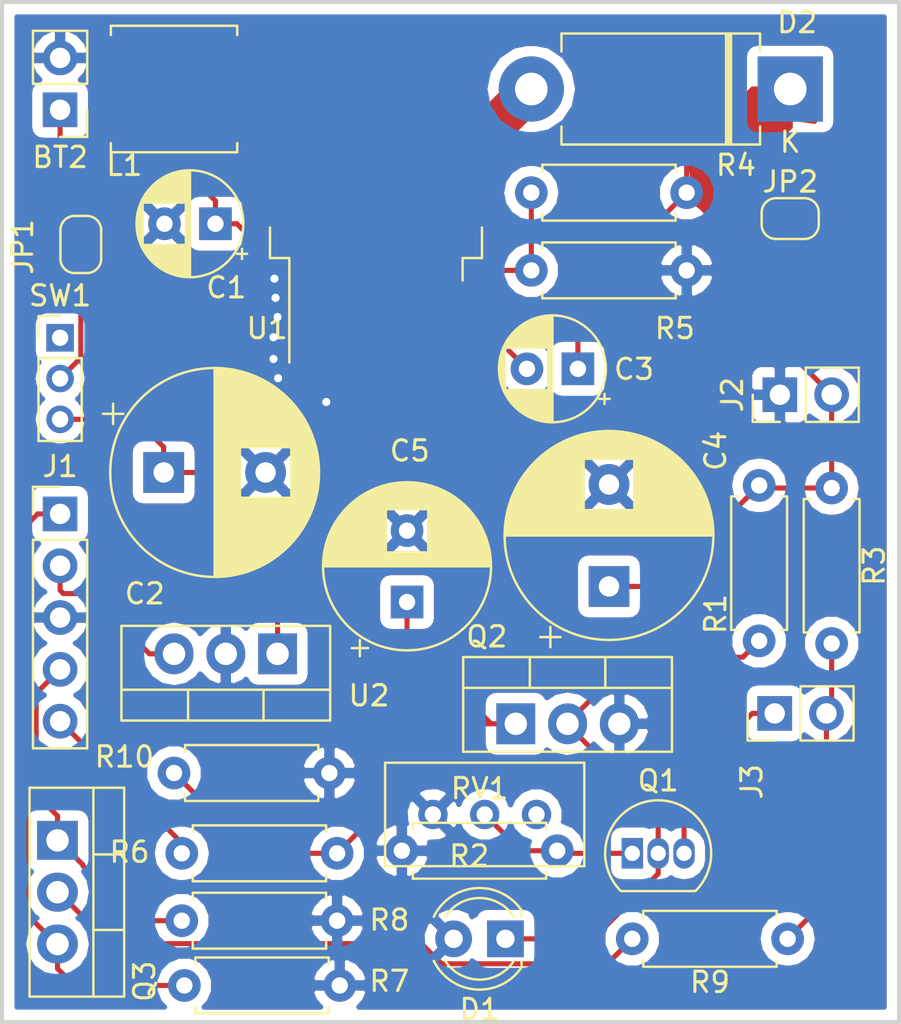
<source format=kicad_pcb>
(kicad_pcb (version 20171130) (host pcbnew "(5.0.2)-1")
  (layers (0 F.Cu signal hide) (31 B.Cu signal hide) (34 B.Paste user hide) (35 F.Paste user) (36 B.SilkS user) (37 F.SilkS user hide) (38 B.Mask user) (39 F.Mask user) (44 Edge.Cuts user))
  (net 0 "")
  (net 1 +9V)
  (net 2 boostout-)
  (net 3 "Net-(C3-Pad1)")
  (net 4 "Net-(C3-Pad2)")
  (net 5 boostout+)
  (net 6 "Net-(C5-Pad1)")
  (net 7 "Net-(D1-Pad1)")
  (net 8 "Net-(D2-Pad2)")
  (net 9 "Net-(J1-Pad1)")
  (net 10 +5V)
  (net 11 "Net-(J1-Pad4)")
  (net 12 "Net-(J1-Pad5)")
  (net 13 "Net-(J3-Pad1)")
  (net 14 "Net-(J3-Pad2)")
  (net 15 "Net-(JP1-Pad2)")
  (net 16 "Net-(Q1-Pad1)")
  (net 17 "Net-(Q3-Pad2)")
  (net 18 "Net-(BT2-Pad1)")
  (module Resistor_THT:R_Axial_DIN0207_L6.3mm_D2.5mm_P7.62mm_Horizontal (layer F.Cu) (at 81.915 121.92)
    (fp_text reference R9 (at 3.81 2.128) (layer F.SilkS))
    (fp_text value 20k)
    (pad 2 thru_hole oval (at 7.62 0) (size 1.6 1.6) (drill 0.8) (layers *.Cu *.Mask) (net 14 "Net-(J3-Pad2)"))
    (pad 1 thru_hole circle (at 0 0) (size 1.6 1.6) (drill 0.8) (layers *.Cu *.Mask) (net 17 "Net-(Q3-Pad2)"))
  )
  (module Resistor_THT:R_Axial_DIN0207_L6.3mm_D2.5mm_P7.62mm_Horizontal (layer F.Cu) (at 67.437 117.729 180)
    (fp_text reference R6 (at 10.183 0.061 180) (layer F.SilkS))
    (fp_text value 10k)
    (pad 1 thru_hole circle (at 0 0 180) (size 1.6 1.6) (drill 0.8) (layers *.Cu *.Mask) (net 6 "Net-(C5-Pad1)"))
    (pad 2 thru_hole oval (at 7.62 0 180) (size 1.6 1.6) (drill 0.8) (layers *.Cu *.Mask) (net 12 "Net-(J1-Pad5)"))
  )
  (module Resistor_THT:R_Axial_DIN0207_L6.3mm_D2.5mm_P7.62mm_Horizontal (layer F.Cu) (at 59.436 113.792)
    (fp_text reference R10 (at -2.436 -0.792) (layer F.SilkS))
    (fp_text value "10 kOhm")
    (pad 1 thru_hole circle (at 0 0) (size 1.6 1.6) (drill 0.8) (layers *.Cu *.Mask) (net 6 "Net-(C5-Pad1)"))
    (pad 2 thru_hole oval (at 7.62 0) (size 1.6 1.6) (drill 0.8) (layers *.Cu *.Mask) (net 2 boostout-))
  )
  (module Connector_PinHeader_2.54mm:PinHeader_1x02_P2.54mm_Vertical (layer F.Cu) (at 53.848 81.28 180)
    (fp_text reference BT2 (at 0 -2.33 180) (layer F.SilkS))
    (fp_text value Battery_Cell)
    (pad 1 thru_hole rect (at 0 0 180) (size 1.7 1.7) (drill 1) (layers *.Cu *.Mask) (net 18 "Net-(BT2-Pad1)"))
    (pad 2 thru_hole oval (at 0 2.54 180) (size 1.7 1.7) (drill 1) (layers *.Cu *.Mask) (net 2 boostout-))
  )
  (module Capacitor_THT:CP_Radial_D5.0mm_P2.50mm (layer F.Cu) (at 61.468 86.868 180)
    (fp_text reference C1 (at -0.532 -3.132 180) (layer F.SilkS))
    (fp_text value 47uF)
    (pad 1 thru_hole rect (at 0 0 180) (size 1.6 1.6) (drill 0.8) (layers *.Cu *.Mask) (net 1 +9V))
    (pad 2 thru_hole circle (at 2.5 0 180) (size 1.6 1.6) (drill 0.8) (layers *.Cu *.Mask) (net 2 boostout-))
  )
  (module Capacitor_THT:CP_Radial_D5.0mm_P2.50mm (layer F.Cu) (at 79.248 93.98 180)
    (fp_text reference C3 (at -2.752 -0.02 180) (layer F.SilkS))
    (fp_text value 10uF)
    (pad 1 thru_hole rect (at 0 0 180) (size 1.6 1.6) (drill 0.8) (layers *.Cu *.Mask) (net 3 "Net-(C3-Pad1)"))
    (pad 2 thru_hole circle (at 2.5 0 180) (size 1.6 1.6) (drill 0.8) (layers *.Cu *.Mask) (net 4 "Net-(C3-Pad2)"))
  )
  (module LED_THT:LED_D4.0mm (layer F.Cu) (at 75.692 121.92 180)
    (fp_text reference D1 (at 1.27 -3.46 180) (layer F.SilkS))
    (fp_text value DIODE)
    (pad 1 thru_hole rect (at 0 0 180) (size 1.8 1.8) (drill 0.9) (layers *.Cu *.Mask) (net 7 "Net-(D1-Pad1)"))
    (pad 2 thru_hole circle (at 2.54 0 180) (size 1.8 1.8) (drill 0.9) (layers *.Cu *.Mask) (net 2 boostout-))
  )
  (module Diode_THT:D_DO-201AD_P12.70mm_Horizontal (layer F.Cu) (at 89.662 80.264 180)
    (fp_text reference D2 (at -0.338 3.264 180) (layer F.SilkS))
    (fp_text value 1N5821)
    (fp_text user K (at 0 -2.6 180) (layer F.SilkS))
    (pad 1 thru_hole rect (at 0 0 180) (size 3.2 3.2) (drill 1.6) (layers *.Cu *.Mask) (net 3 "Net-(C3-Pad1)"))
    (pad 2 thru_hole oval (at 12.7 0 180) (size 3.2 3.2) (drill 1.6) (layers *.Cu *.Mask) (net 8 "Net-(D2-Pad2)"))
  )
  (module Connector_PinHeader_2.54mm:PinHeader_1x05_P2.54mm_Vertical (layer F.Cu) (at 53.848 101.092)
    (fp_text reference J1 (at 0 -2.33) (layer F.SilkS))
    (fp_text value Conn_01x05_Male)
    (pad 1 thru_hole rect (at 0 0) (size 1.7 1.7) (drill 1) (layers *.Cu *.Mask) (net 9 "Net-(J1-Pad1)"))
    (pad 2 thru_hole oval (at 0 2.54) (size 1.7 1.7) (drill 1) (layers *.Cu *.Mask) (net 10 +5V))
    (pad 3 thru_hole oval (at 0 5.08) (size 1.7 1.7) (drill 1) (layers *.Cu *.Mask) (net 2 boostout-))
    (pad 4 thru_hole oval (at 0 7.62) (size 1.7 1.7) (drill 1) (layers *.Cu *.Mask) (net 11 "Net-(J1-Pad4)"))
    (pad 5 thru_hole oval (at 0 10.16) (size 1.7 1.7) (drill 1) (layers *.Cu *.Mask) (net 12 "Net-(J1-Pad5)"))
  )
  (module Connector_PinHeader_2.54mm:PinHeader_1x02_P2.54mm_Vertical (layer F.Cu) (at 89.154 95.25 90)
    (fp_text reference J2 (at 0 -2.33 90) (layer F.SilkS))
    (fp_text value Conn_01x02_Male)
    (pad 2 thru_hole oval (at 0 2.54 90) (size 1.7 1.7) (drill 1) (layers *.Cu *.Mask) (net 5 boostout+))
    (pad 1 thru_hole rect (at 0 0 90) (size 1.7 1.7) (drill 1) (layers *.Cu *.Mask) (net 2 boostout-))
  )
  (module Connector_PinHeader_2.54mm:PinHeader_1x02_P2.54mm_Vertical (layer F.Cu) (at 88.9 110.871 90)
    (fp_text reference J3 (at -3.351 -1.122 90) (layer F.SilkS))
    (fp_text value Conn_01x02_Male)
    (pad 1 thru_hole rect (at 0 0 90) (size 1.7 1.7) (drill 1) (layers *.Cu *.Mask) (net 13 "Net-(J3-Pad1)"))
    (pad 2 thru_hole oval (at 0 2.54 90) (size 1.7 1.7) (drill 1) (layers *.Cu *.Mask) (net 14 "Net-(J3-Pad2)"))
  )
  (module Jumper:SolderJumper-2_P1.3mm_Open_RoundedPad1.0x1.5mm (layer F.Cu) (at 54.864 87.884 270)
    (fp_text reference JP1 (at 0.116 2.864 270) (layer F.SilkS))
    (fp_text value SolderJumper_2_Open)
    (pad 1 smd custom (at -0.65 0 270) (size 1 0.5) (layers F.Cu F.Mask) (net 18 "Net-(BT2-Pad1)") (options (clearance outline) (anchor rect)) (primitives (gr_circle (center 0 0.25) (end 0.5 0.25) (width 0)) (gr_circle (center 0 -0.25) (end 0.5 -0.25) (width 0)) (gr_poly (pts (xy 0 -0.75) (xy 0.5 -0.75) (xy 0.5 0.75) (xy 0 0.75)) (width 0))))
    (pad 2 smd custom (at 0.65 0 270) (size 1 0.5) (layers F.Cu F.Mask) (net 15 "Net-(JP1-Pad2)") (options (clearance outline) (anchor rect)) (primitives (gr_circle (center 0 0.25) (end 0.5 0.25) (width 0)) (gr_circle (center 0 -0.25) (end 0.5 -0.25) (width 0)) (gr_poly (pts (xy 0 -0.75) (xy -0.5 -0.75) (xy -0.5 0.75) (xy 0 0.75)) (width 0))))
  )
  (module Jumper:SolderJumper-2_P1.3mm_Open_RoundedPad1.0x1.5mm (layer F.Cu) (at 89.662 86.614)
    (fp_text reference JP2 (at 0 -1.8) (layer F.SilkS))
    (fp_text value SolderJumper_2_Open)
    (pad 2 smd custom (at 0.65 0) (size 1 0.5) (layers F.Cu F.Mask) (net 5 boostout+) (options (clearance outline) (anchor rect)) (primitives (gr_circle (center 0 0.25) (end 0.5 0.25) (width 0)) (gr_circle (center 0 -0.25) (end 0.5 -0.25) (width 0)) (gr_poly (pts (xy 0 -0.75) (xy -0.5 -0.75) (xy -0.5 0.75) (xy 0 0.75)) (width 0))))
    (pad 1 smd custom (at -0.65 0) (size 1 0.5) (layers F.Cu F.Mask) (net 3 "Net-(C3-Pad1)") (options (clearance outline) (anchor rect)) (primitives (gr_circle (center 0 0.25) (end 0.5 0.25) (width 0)) (gr_circle (center 0 -0.25) (end 0.5 -0.25) (width 0)) (gr_poly (pts (xy 0 -0.75) (xy 0.5 -0.75) (xy 0.5 0.75) (xy 0 0.75)) (width 0))))
  )
  (module Inductor_SMD:L_Bourns_SRN6045TA (layer F.Cu) (at 59.436 80.264)
    (fp_text reference L1 (at -2.436 3.736) (layer F.SilkS))
    (fp_text value 33uh)
    (pad 1 smd rect (at -2.075 0) (size 2.35 5.1) (layers F.Cu F.Paste F.Mask) (net 1 +9V))
    (pad 2 smd rect (at 2.075 0) (size 2.35 5.1) (layers F.Cu F.Paste F.Mask) (net 8 "Net-(D2-Pad2)"))
  )
  (module Package_TO_SOT_THT:TO-92_Inline (layer F.Cu) (at 81.915 117.729)
    (fp_text reference Q1 (at 1.27 -3.56) (layer F.SilkS))
    (fp_text value 2N3904)
    (pad 2 thru_hole oval (at 1.27 0) (size 1.05 1.5) (drill 0.75) (layers *.Cu *.Mask) (net 7 "Net-(D1-Pad1)"))
    (pad 3 thru_hole oval (at 2.54 0) (size 1.05 1.5) (drill 0.75) (layers *.Cu *.Mask) (net 13 "Net-(J3-Pad1)"))
    (pad 1 thru_hole rect (at 0 0) (size 1.05 1.5) (drill 0.75) (layers *.Cu *.Mask) (net 16 "Net-(Q1-Pad1)"))
  )
  (module Package_TO_SOT_THT:TO-220-3_Vertical (layer F.Cu) (at 76.2 111.379)
    (fp_text reference Q2 (at -1.422 -4.27) (layer F.SilkS))
    (fp_text value IRL2203)
    (pad 3 thru_hole oval (at 5.08 0) (size 1.905 2) (drill 1.1) (layers *.Cu *.Mask) (net 2 boostout-))
    (pad 2 thru_hole oval (at 2.54 0) (size 1.905 2) (drill 1.1) (layers *.Cu *.Mask) (net 7 "Net-(D1-Pad1)"))
    (pad 1 thru_hole rect (at 0 0) (size 1.905 2) (drill 1.1) (layers *.Cu *.Mask) (net 6 "Net-(C5-Pad1)"))
  )
  (module Package_TO_SOT_THT:TO-220-3_Vertical (layer F.Cu) (at 53.721 117.094 270)
    (fp_text reference Q3 (at 6.906 -4.27 270) (layer F.SilkS))
    (fp_text value IRL2203)
    (pad 1 thru_hole rect (at 0 0 270) (size 1.905 2) (drill 1.1) (layers *.Cu *.Mask) (net 11 "Net-(J1-Pad4)"))
    (pad 2 thru_hole oval (at 2.54 0 270) (size 1.905 2) (drill 1.1) (layers *.Cu *.Mask) (net 17 "Net-(Q3-Pad2)"))
    (pad 3 thru_hole oval (at 5.08 0 270) (size 1.905 2) (drill 1.1) (layers *.Cu *.Mask) (net 9 "Net-(J1-Pad1)"))
  )
  (module Resistor_THT:R_Axial_DIN0207_L6.3mm_D2.5mm_P7.62mm_Horizontal (layer F.Cu) (at 88.138 107.315 90)
    (fp_text reference R1 (at 1.315 -2.138 90) (layer F.SilkS))
    (fp_text value 20k)
    (pad 2 thru_hole oval (at 7.62 0 90) (size 1.6 1.6) (drill 0.8) (layers *.Cu *.Mask) (net 5 boostout+))
    (pad 1 thru_hole circle (at 0 0 90) (size 1.6 1.6) (drill 0.8) (layers *.Cu *.Mask) (net 7 "Net-(D1-Pad1)"))
  )
  (module Resistor_THT:R_Axial_DIN0207_L6.3mm_D2.5mm_P7.62mm_Horizontal (layer F.Cu) (at 78.232 117.602 180)
    (fp_text reference R2 (at 4.318 -0.254 180) (layer F.SilkS))
    (fp_text value "1.351 kOhm")
    (pad 2 thru_hole oval (at 7.62 0 180) (size 1.6 1.6) (drill 0.8) (layers *.Cu *.Mask) (net 2 boostout-))
    (pad 1 thru_hole circle (at 0 0 180) (size 1.6 1.6) (drill 0.8) (layers *.Cu *.Mask) (net 16 "Net-(Q1-Pad1)"))
  )
  (module Resistor_THT:R_Axial_DIN0207_L6.3mm_D2.5mm_P7.62mm_Horizontal (layer F.Cu) (at 91.694 107.442 90)
    (fp_text reference R3 (at 3.81 2.084 90) (layer F.SilkS))
    (fp_text value 680)
    (pad 1 thru_hole circle (at 0 0 90) (size 1.6 1.6) (drill 0.8) (layers *.Cu *.Mask) (net 14 "Net-(J3-Pad2)"))
    (pad 2 thru_hole oval (at 7.62 0 90) (size 1.6 1.6) (drill 0.8) (layers *.Cu *.Mask) (net 5 boostout+))
  )
  (module Resistor_THT:R_Axial_DIN0207_L6.3mm_D2.5mm_P7.62mm_Horizontal (layer F.Cu) (at 84.582 85.344 180)
    (fp_text reference R4 (at -2.418 1.344 180) (layer F.SilkS))
    (fp_text value 31K)
    (pad 2 thru_hole oval (at 7.62 0 180) (size 1.6 1.6) (drill 0.8) (layers *.Cu *.Mask) (net 4 "Net-(C3-Pad2)"))
    (pad 1 thru_hole circle (at 0 0 180) (size 1.6 1.6) (drill 0.8) (layers *.Cu *.Mask) (net 3 "Net-(C3-Pad1)"))
  )
  (module Resistor_THT:R_Axial_DIN0207_L6.3mm_D2.5mm_P7.62mm_Horizontal (layer F.Cu) (at 76.962 89.154)
    (fp_text reference R5 (at 7.038 2.846) (layer F.SilkS))
    (fp_text value 1K)
    (pad 1 thru_hole circle (at 0 0) (size 1.6 1.6) (drill 0.8) (layers *.Cu *.Mask) (net 4 "Net-(C3-Pad2)"))
    (pad 2 thru_hole oval (at 7.62 0) (size 1.6 1.6) (drill 0.8) (layers *.Cu *.Mask) (net 2 boostout-))
  )
  (module Resistor_THT:R_Axial_DIN0207_L6.3mm_D2.5mm_P7.62mm_Horizontal (layer F.Cu) (at 59.944 124.206)
    (fp_text reference R7 (at 10.056 -0.206) (layer F.SilkS))
    (fp_text value "1 Ohm")
    (pad 1 thru_hole circle (at 0 0) (size 1.6 1.6) (drill 0.8) (layers *.Cu *.Mask) (net 9 "Net-(J1-Pad1)"))
    (pad 2 thru_hole oval (at 7.62 0) (size 1.6 1.6) (drill 0.8) (layers *.Cu *.Mask) (net 2 boostout-))
  )
  (module Resistor_THT:R_Axial_DIN0207_L6.3mm_D2.5mm_P7.62mm_Horizontal (layer F.Cu) (at 59.817 121.031)
    (fp_text reference R8 (at 10.183 -0.031) (layer F.SilkS))
    (fp_text value "10 kOhm")
    (pad 2 thru_hole oval (at 7.62 0) (size 1.6 1.6) (drill 0.8) (layers *.Cu *.Mask) (net 2 boostout-))
    (pad 1 thru_hole circle (at 0 0) (size 1.6 1.6) (drill 0.8) (layers *.Cu *.Mask) (net 11 "Net-(J1-Pad4)"))
  )
  (module Connector_PinHeader_2.00mm:PinHeader_1x03_P2.00mm_Vertical (layer F.Cu) (at 53.848 92.456)
    (fp_text reference SW1 (at 0 -2.06) (layer F.SilkS))
    (fp_text value SW_SPDT)
    (pad 1 thru_hole rect (at 0 0) (size 1.35 1.35) (drill 0.8) (layers *.Cu *.Mask))
    (pad 2 thru_hole oval (at 0 2) (size 1.35 1.35) (drill 0.8) (layers *.Cu *.Mask) (net 15 "Net-(JP1-Pad2)"))
    (pad 3 thru_hole oval (at 0 4) (size 1.35 1.35) (drill 0.8) (layers *.Cu *.Mask) (net 1 +9V))
  )
  (module Package_TO_SOT_SMD:TO-263-5_TabPin3 (layer F.Cu) (at 69.342 85.598 90)
    (fp_text reference U1 (at -6.402 -5.342 180) (layer F.SilkS))
    (fp_text value XL6009)
    (pad 1 smd rect (at -5.775 -3.4 90) (size 4.6 1.1) (layers F.Cu F.Paste F.Mask) (net 2 boostout-))
    (pad 2 smd rect (at -5.775 -1.7 90) (size 4.6 1.1) (layers F.Cu F.Paste F.Mask) (net 1 +9V))
    (pad 3 smd rect (at -5.775 0 90) (size 4.6 1.1) (layers F.Cu F.Paste F.Mask) (net 8 "Net-(D2-Pad2)"))
    (pad 4 smd rect (at -5.775 1.7 90) (size 4.6 1.1) (layers F.Cu F.Paste F.Mask) (net 1 +9V))
    (pad 5 smd rect (at -5.775 3.4 90) (size 4.6 1.1) (layers F.Cu F.Paste F.Mask) (net 4 "Net-(C3-Pad2)"))
    (pad 3 smd rect (at 3.375 0 90) (size 9.4 10.8) (layers F.Cu F.Mask) (net 8 "Net-(D2-Pad2)"))
  )
  (module Package_TO_SOT_THT:TO-220-3_Vertical (layer F.Cu) (at 64.516 107.95 180)
    (fp_text reference U2 (at -4.484 -2.05 180) (layer F.SilkS))
    (fp_text value L7805)
    (pad 1 thru_hole rect (at 0 0 180) (size 1.905 2) (drill 1.1) (layers *.Cu *.Mask) (net 1 +9V))
    (pad 2 thru_hole oval (at 2.54 0 180) (size 1.905 2) (drill 1.1) (layers *.Cu *.Mask) (net 2 boostout-))
    (pad 3 thru_hole oval (at 5.08 0 180) (size 1.905 2) (drill 1.1) (layers *.Cu *.Mask) (net 10 +5V))
  )
  (module Capacitor_THT:CP_Radial_D10.0mm_P5.00mm (layer F.Cu) (at 58.928 99.06)
    (fp_text reference C2 (at -0.928 5.94) (layer F.SilkS))
    (fp_text value 220uF)
    (pad 1 thru_hole rect (at 0 0) (size 2 2) (drill 1) (layers *.Cu *.Mask) (net 1 +9V))
    (pad 2 thru_hole circle (at 5 0) (size 2 2) (drill 1) (layers *.Cu *.Mask) (net 2 boostout-))
  )
  (module Capacitor_THT:CP_Radial_D10.0mm_P5.00mm (layer F.Cu) (at 80.772 104.648 90)
    (fp_text reference C4 (at 6.648 5.228 90) (layer F.SilkS))
    (fp_text value 220uF)
    (pad 2 thru_hole circle (at 5 0 90) (size 2 2) (drill 1) (layers *.Cu *.Mask) (net 2 boostout-))
    (pad 1 thru_hole rect (at 0 0 90) (size 2 2) (drill 1) (layers *.Cu *.Mask) (net 5 boostout+))
  )
  (module Capacitor_THT:CP_Radial_D8.0mm_P3.50mm (layer F.Cu) (at 70.866 105.41 90)
    (fp_text reference C5 (at 7.41 0.134 180) (layer F.SilkS))
    (fp_text value 100uF)
    (pad 1 thru_hole rect (at 0 0 90) (size 1.6 1.6) (drill 0.8) (layers *.Cu *.Mask) (net 6 "Net-(C5-Pad1)"))
    (pad 2 thru_hole circle (at 3.5 0 90) (size 1.6 1.6) (drill 0.8) (layers *.Cu *.Mask) (net 2 boostout-))
  )
  (module Potentiometer_THT:Potentiometer_Bourns_3386C_Horizontal (layer F.Cu) (at 72.136 115.824 90)
    (fp_text reference RV1 (at 1.27 2.286 180) (layer F.SilkS))
    (fp_text value R_POT)
    (pad 3 thru_hole circle (at 0 5.08 90) (size 1.44 1.44) (drill 0.8) (layers *.Cu *.Mask))
    (pad 2 thru_hole circle (at 0 2.54 90) (size 1.44 1.44) (drill 0.8) (layers *.Cu *.Mask) (net 16 "Net-(Q1-Pad1)"))
    (pad 1 thru_hole circle (at 0 0 90) (size 1.44 1.44) (drill 0.8) (layers *.Cu *.Mask) (net 2 boostout-))
  )
  (gr_line (start 51 76) (end 95 76) (layer Edge.Cuts) (width 0.2))
  (gr_line (start 51 126) (end 51 76) (layer Edge.Cuts) (width 0.2))
  (gr_line (start 95 126) (end 51 126) (layer Edge.Cuts) (width 0.2))
  (gr_line (start 95 76) (end 95 126) (layer Edge.Cuts) (width 0.2))
  (segment (start 61.468 85.818) (end 61.468 86.868) (width 0.25) (layer F.Cu) (net 1))
  (segment (start 61.468 85.746) (end 61.468 85.818) (width 0.25) (layer F.Cu) (net 1))
  (segment (start 57.361 81.639) (end 61.468 85.746) (width 0.25) (layer F.Cu) (net 1))
  (segment (start 57.361 80.264) (end 57.361 81.639) (width 0.25) (layer F.Cu) (net 1))
  (segment (start 67.642 87.835) (end 67.642 91.373) (width 0.25) (layer F.Cu) (net 1))
  (segment (start 67.437 87.63) (end 67.642 87.835) (width 0.25) (layer F.Cu) (net 1))
  (segment (start 63.28 87.63) (end 67.437 87.63) (width 0.25) (layer F.Cu) (net 1))
  (segment (start 61.468 86.868) (end 62.518 86.868) (width 0.25) (layer F.Cu) (net 1))
  (segment (start 62.518 86.868) (end 63.28 87.63) (width 0.25) (layer F.Cu) (net 1))
  (segment (start 68.517001 93.998001) (end 67.642 93.123) (width 0.25) (layer F.Cu) (net 1))
  (segment (start 70.966999 93.998001) (end 68.517001 93.998001) (width 0.25) (layer F.Cu) (net 1))
  (segment (start 71.042 93.923) (end 70.966999 93.998001) (width 0.25) (layer F.Cu) (net 1))
  (segment (start 71.042 91.373) (end 71.042 93.923) (width 0.25) (layer F.Cu) (net 1))
  (segment (start 67.642 93.123) (end 67.642 91.373) (width 0.25) (layer F.Cu) (net 1))
  (segment (start 61.705 99.06) (end 67.642 93.123) (width 0.25) (layer F.Cu) (net 1))
  (segment (start 58.928 99.06) (end 61.705 99.06) (width 0.25) (layer F.Cu) (net 1))
  (segment (start 58.928 97.81) (end 58.928 99.06) (width 0.25) (layer F.Cu) (net 1))
  (segment (start 57.574 96.456) (end 58.928 97.81) (width 0.25) (layer F.Cu) (net 1))
  (segment (start 53.848 96.456) (end 57.574 96.456) (width 0.25) (layer F.Cu) (net 1))
  (segment (start 61.705 100.587) (end 61.705 99.06) (width 0.25) (layer F.Cu) (net 1))
  (segment (start 64.516 103.398) (end 61.705 100.587) (width 0.25) (layer F.Cu) (net 1))
  (segment (start 64.516 107.95) (end 64.516 103.398) (width 0.25) (layer F.Cu) (net 1))
  (segment (start 65.942 88.823) (end 65.765 88.646) (width 0.25) (layer F.Cu) (net 2))
  (segment (start 65.942 91.373) (end 65.942 88.823) (width 0.25) (layer F.Cu) (net 2))
  (segment (start 65.765 88.646) (end 64.516 88.646) (width 0.25) (layer F.Cu) (net 2))
  (via (at 64.4144 90.5002) (size 0.8) (drill 0.4) (layers F.Cu B.Cu) (net 2))
  (segment (start 64.516 88.646) (end 64.516 89.916) (width 0.25) (layer F.Cu) (net 2))
  (segment (start 64.516 89.916) (end 64.516 91.44) (width 0.25) (layer B.Cu) (net 2))
  (via (at 64.516 91.44) (size 0.8) (drill 0.4) (layers F.Cu B.Cu) (net 2))
  (via (at 64.3128 92.4306) (size 0.8) (drill 0.4) (layers F.Cu B.Cu) (net 2))
  (segment (start 64.516 91.44) (end 64.516 92.456) (width 0.25) (layer B.Cu) (net 2))
  (via (at 64.3636 89.5604) (size 0.8) (drill 0.4) (layers F.Cu B.Cu) (net 2))
  (segment (start 64.516 92.456) (end 63.5 92.456) (width 0.25) (layer F.Cu) (net 2))
  (segment (start 63.5 92.456) (end 62.992 92.964) (width 0.25) (layer F.Cu) (net 2))
  (via (at 64.3128 93.4974) (size 0.8) (drill 0.4) (layers F.Cu B.Cu) (net 2))
  (segment (start 64.516 92.456) (end 64.516 93.472) (width 0.25) (layer F.Cu) (net 2))
  (via (at 64.5414 94.4372) (size 0.8) (drill 0.4) (layers F.Cu B.Cu) (net 2))
  (segment (start 64.516 93.472) (end 64.516 93.98) (width 0.25) (layer B.Cu) (net 2))
  (segment (start 64.516 93.98) (end 64.77 94.234) (width 0.25) (layer B.Cu) (net 2))
  (segment (start 64.77 94.234) (end 65.137847 94.601847) (width 0.25) (layer F.Cu) (net 2))
  (via (at 66.9036 95.6056) (size 0.8) (drill 0.4) (layers F.Cu B.Cu) (net 2))
  (segment (start 65.137847 94.601847) (end 65.899847 94.601847) (width 0.25) (layer B.Cu) (net 2))
  (segment (start 65.899847 94.601847) (end 66.544153 95.246153) (width 0.25) (layer B.Cu) (net 2))
  (segment (start 89.012 85.766408) (end 89.012 86.614) (width 0.25) (layer F.Cu) (net 3))
  (segment (start 89.012 82.764) (end 89.012 85.766408) (width 0.25) (layer F.Cu) (net 3))
  (segment (start 89.662 82.114) (end 89.012 82.764) (width 0.25) (layer F.Cu) (net 3))
  (segment (start 89.662 80.264) (end 89.662 82.114) (width 0.25) (layer F.Cu) (net 3))
  (segment (start 85.852 86.614) (end 89.012 86.614) (width 0.25) (layer F.Cu) (net 3))
  (segment (start 84.582 85.344) (end 85.852 86.614) (width 0.25) (layer F.Cu) (net 3))
  (segment (start 79.248 90.678) (end 84.582 85.344) (width 0.25) (layer F.Cu) (net 3))
  (segment (start 79.248 93.98) (end 79.248 90.678) (width 0.25) (layer F.Cu) (net 3))
  (segment (start 84.582 84.21263) (end 84.582 85.344) (width 0.25) (layer F.Cu) (net 3))
  (segment (start 84.582 83.494) (end 84.582 84.21263) (width 0.25) (layer F.Cu) (net 3))
  (segment (start 87.812 80.264) (end 84.582 83.494) (width 0.25) (layer F.Cu) (net 3))
  (segment (start 89.662 80.264) (end 87.812 80.264) (width 0.25) (layer F.Cu) (net 3))
  (segment (start 76.962 86.47537) (end 76.962 89.154) (width 0.25) (layer F.Cu) (net 4))
  (segment (start 76.962 85.344) (end 76.962 86.47537) (width 0.25) (layer F.Cu) (net 4))
  (segment (start 72.742 89.623) (end 72.742 91.373) (width 0.25) (layer F.Cu) (net 4))
  (segment (start 73.542 88.823) (end 72.742 89.623) (width 0.25) (layer F.Cu) (net 4))
  (segment (start 74.63 88.823) (end 73.542 88.823) (width 0.25) (layer F.Cu) (net 4))
  (segment (start 74.961 89.154) (end 74.63 88.823) (width 0.25) (layer F.Cu) (net 4))
  (segment (start 76.962 89.154) (end 74.961 89.154) (width 0.25) (layer F.Cu) (net 4))
  (segment (start 74.141 91.373) (end 76.748 93.98) (width 0.25) (layer F.Cu) (net 4))
  (segment (start 72.742 91.373) (end 74.141 91.373) (width 0.25) (layer F.Cu) (net 4))
  (segment (start 90.312 93.868) (end 91.694 95.25) (width 0.25) (layer F.Cu) (net 5))
  (segment (start 90.312 86.614) (end 90.312 93.868) (width 0.25) (layer F.Cu) (net 5))
  (segment (start 91.694 96.452081) (end 91.694 99.822) (width 0.25) (layer F.Cu) (net 5))
  (segment (start 91.694 95.25) (end 91.694 96.452081) (width 0.25) (layer F.Cu) (net 5))
  (segment (start 88.265 99.822) (end 88.138 99.695) (width 0.25) (layer F.Cu) (net 5))
  (segment (start 91.694 99.822) (end 88.265 99.822) (width 0.25) (layer F.Cu) (net 5))
  (segment (start 83.185 104.648) (end 80.772 104.648) (width 0.25) (layer F.Cu) (net 5))
  (segment (start 88.138 99.695) (end 83.185 104.648) (width 0.25) (layer F.Cu) (net 5))
  (segment (start 63.373 117.729) (end 67.437 117.729) (width 0.25) (layer F.Cu) (net 6))
  (segment (start 59.436 113.792) (end 63.373 117.729) (width 0.25) (layer F.Cu) (net 6))
  (segment (start 73.787 111.379) (end 76.2 111.379) (width 0.25) (layer F.Cu) (net 6))
  (segment (start 67.437 117.729) (end 73.787 111.379) (width 0.25) (layer F.Cu) (net 6))
  (segment (start 70.866 106.46) (end 70.866 105.41) (width 0.25) (layer F.Cu) (net 6))
  (segment (start 70.866 107.2475) (end 70.866 106.46) (width 0.25) (layer F.Cu) (net 6))
  (segment (start 74.9975 111.379) (end 70.866 107.2475) (width 0.25) (layer F.Cu) (net 6))
  (segment (start 76.2 111.379) (end 74.9975 111.379) (width 0.25) (layer F.Cu) (net 6))
  (segment (start 78.74 111.4265) (end 78.74 111.379) (width 0.25) (layer F.Cu) (net 7))
  (segment (start 83.185 117.729) (end 83.185 115.824) (width 0.25) (layer F.Cu) (net 7))
  (segment (start 83.185 115.824) (end 79.99 112.629) (width 0.25) (layer F.Cu) (net 7))
  (segment (start 79.99 112.629) (end 79.9425 112.629) (width 0.25) (layer F.Cu) (net 7))
  (segment (start 79.9425 112.629) (end 78.74 111.4265) (width 0.25) (layer F.Cu) (net 7))
  (segment (start 78.74 111.3315) (end 78.74 111.379) (width 0.25) (layer F.Cu) (net 7))
  (segment (start 81.956501 108.114999) (end 78.74 111.3315) (width 0.25) (layer F.Cu) (net 7))
  (segment (start 87.338001 108.114999) (end 81.956501 108.114999) (width 0.25) (layer F.Cu) (net 7))
  (segment (start 88.138 107.315) (end 87.338001 108.114999) (width 0.25) (layer F.Cu) (net 7))
  (segment (start 83.185 118.729) (end 83.185 117.729) (width 0.25) (layer F.Cu) (net 7))
  (segment (start 79.994 121.92) (end 83.185 118.729) (width 0.25) (layer F.Cu) (net 7))
  (segment (start 75.692 121.92) (end 79.994 121.92) (width 0.25) (layer F.Cu) (net 7))
  (segment (start 67.383 80.264) (end 69.342 82.223) (width 0.25) (layer F.Cu) (net 8))
  (segment (start 61.511 80.264) (end 67.383 80.264) (width 2) (layer F.Cu) (net 8))
  (segment (start 69.342 82.223) (end 69.342 91.373) (width 0.9) (layer F.Cu) (net 8))
  (segment (start 75.003 82.223) (end 76.962 80.264) (width 2) (layer F.Cu) (net 8))
  (segment (start 69.342 82.223) (end 75.003 82.223) (width 0.25) (layer F.Cu) (net 8))
  (segment (start 53.721 123.3765) (end 53.721 122.174) (width 0.25) (layer F.Cu) (net 9))
  (segment (start 54.5505 124.206) (end 53.721 123.3765) (width 0.25) (layer F.Cu) (net 9))
  (segment (start 59.944 124.206) (end 54.5505 124.206) (width 0.25) (layer F.Cu) (net 9))
  (segment (start 53.6735 122.174) (end 53.721 122.174) (width 0.25) (layer F.Cu) (net 9))
  (segment (start 52.222989 120.723489) (end 53.6735 122.174) (width 0.25) (layer F.Cu) (net 9))
  (segment (start 52.222989 101.617011) (end 52.222989 120.723489) (width 0.25) (layer F.Cu) (net 9))
  (segment (start 52.748 101.092) (end 52.222989 101.617011) (width 0.25) (layer F.Cu) (net 9))
  (segment (start 53.848 101.092) (end 52.748 101.092) (width 0.25) (layer F.Cu) (net 9))
  (segment (start 58.2335 107.95) (end 59.436 107.95) (width 0.25) (layer F.Cu) (net 10))
  (segment (start 55.280499 104.996999) (end 58.2335 107.95) (width 0.25) (layer F.Cu) (net 10))
  (segment (start 54.010918 104.996999) (end 55.280499 104.996999) (width 0.25) (layer F.Cu) (net 10))
  (segment (start 53.848 104.834081) (end 54.010918 104.996999) (width 0.25) (layer F.Cu) (net 10))
  (segment (start 53.848 103.632) (end 53.848 104.834081) (width 0.25) (layer F.Cu) (net 10))
  (segment (start 52.672999 114.843499) (end 53.721 115.8915) (width 0.25) (layer F.Cu) (net 11))
  (segment (start 52.672999 109.887001) (end 52.672999 114.843499) (width 0.25) (layer F.Cu) (net 11))
  (segment (start 53.848 108.712) (end 52.672999 109.887001) (width 0.25) (layer F.Cu) (net 11))
  (segment (start 53.721 115.8915) (end 53.721 117.094) (width 0.25) (layer F.Cu) (net 11))
  (segment (start 53.7685 117.094) (end 53.721 117.094) (width 0.25) (layer F.Cu) (net 11))
  (segment (start 54.971 118.2965) (end 53.7685 117.094) (width 0.25) (layer F.Cu) (net 11))
  (segment (start 54.971 118.344) (end 54.971 118.2965) (width 0.25) (layer F.Cu) (net 11))
  (segment (start 57.658 121.031) (end 54.971 118.344) (width 0.25) (layer F.Cu) (net 11))
  (segment (start 59.817 121.031) (end 57.658 121.031) (width 0.25) (layer F.Cu) (net 11))
  (segment (start 59.817 117.221) (end 59.817 117.729) (width 0.25) (layer F.Cu) (net 12))
  (segment (start 53.848 111.252) (end 59.817 117.221) (width 0.25) (layer F.Cu) (net 12))
  (segment (start 87.8 110.871) (end 88.9 110.871) (width 0.25) (layer F.Cu) (net 13))
  (segment (start 84.455 114.216) (end 87.8 110.871) (width 0.25) (layer F.Cu) (net 13))
  (segment (start 84.455 117.729) (end 84.455 114.216) (width 0.25) (layer F.Cu) (net 13))
  (segment (start 91.44 120.015) (end 91.44 110.871) (width 0.25) (layer F.Cu) (net 14))
  (segment (start 89.535 121.92) (end 91.44 120.015) (width 0.25) (layer F.Cu) (net 14))
  (segment (start 91.694 110.617) (end 91.44 110.871) (width 0.25) (layer F.Cu) (net 14))
  (segment (start 91.694 107.442) (end 91.694 110.617) (width 0.25) (layer F.Cu) (net 14))
  (segment (start 54.864 93.44) (end 53.848 94.456) (width 0.25) (layer F.Cu) (net 15))
  (segment (start 54.864 88.534) (end 54.864 93.44) (width 0.25) (layer F.Cu) (net 15))
  (segment (start 76.454 117.602) (end 78.232 117.602) (width 0.25) (layer F.Cu) (net 16))
  (segment (start 74.676 115.824) (end 76.454 117.602) (width 0.25) (layer F.Cu) (net 16))
  (segment (start 78.359 117.729) (end 78.232 117.602) (width 0.25) (layer F.Cu) (net 16))
  (segment (start 81.915 117.729) (end 78.359 117.729) (width 0.25) (layer F.Cu) (net 16))
  (segment (start 53.721 119.634) (end 53.6735 119.634) (width 0.25) (layer F.Cu) (net 17))
  (segment (start 81.115001 122.719999) (end 81.915 121.92) (width 0.25) (layer F.Cu) (net 17))
  (segment (start 80.689999 123.145001) (end 81.115001 122.719999) (width 0.25) (layer F.Cu) (net 17))
  (segment (start 72.563999 123.145001) (end 80.689999 123.145001) (width 0.25) (layer F.Cu) (net 17))
  (segment (start 71.574999 122.156001) (end 72.563999 123.145001) (width 0.25) (layer F.Cu) (net 17))
  (segment (start 56.290501 122.156001) (end 71.574999 122.156001) (width 0.25) (layer F.Cu) (net 17))
  (segment (start 53.7685 119.634) (end 56.290501 122.156001) (width 0.25) (layer F.Cu) (net 17))
  (segment (start 53.721 119.634) (end 53.7685 119.634) (width 0.25) (layer F.Cu) (net 17))
  (segment (start 53.848 86.218) (end 54.864 87.234) (width 0.25) (layer F.Cu) (net 18))
  (segment (start 53.848 81.28) (end 53.848 86.218) (width 0.25) (layer F.Cu) (net 18))
  (zone (net 2) (net_name boostout-) (layer F.Cu) (connect_pads (clearance 0.508)) (min_thickness 0.254) (fill yes (arc_segments 16) (thermal_gap 0.508) (thermal_bridge_width 0.508))
    (polygon (pts (xy 95 76) (xy 51 76) (xy 51 126) (xy 95 126)))
  )
  (zone (net 3) (net_name "Net-(C3-Pad1)") (layer F.Cu) (priority 1) (connect_pads yes (clearance 0.508)) (min_thickness 0.254) (fill yes (arc_segments 16) (thermal_gap 0.508) (thermal_bridge_width 0.508))
    (polygon (pts (xy 90.678 79.756) (xy 87.884 80.264) (xy 84.582 83.566) (xy 85 86) (xy 85.876 86.614) (xy 88.876 86.614) (xy 89.154 83.82) (xy 89.654 81.804) (xy 91 82)))
  )
  (zone (net 2) (net_name boostout-) (layer B.Cu) (priority 1) (connect_pads (clearance 0.508)) (min_thickness 0.254) (fill yes (arc_segments 16) (thermal_gap 0.508) (thermal_bridge_width 0.508))
    (polygon (pts (xy 51 76) (xy 51 126) (xy 95 126) (xy 95 76)))
  )
)
</source>
